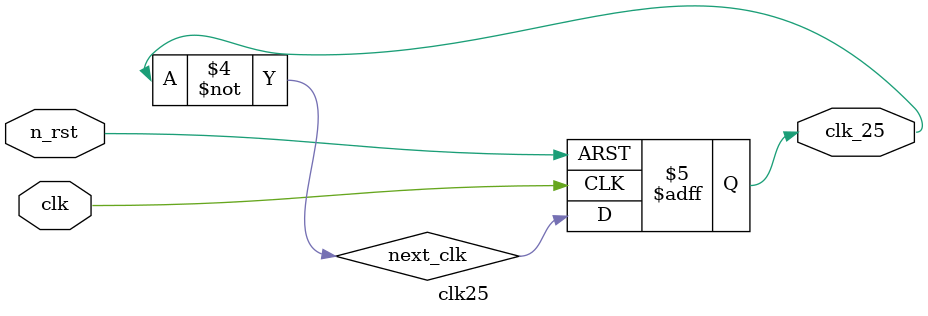
<source format=sv>
module clk25 (
    input logic clk,
    input logic n_rst,
    output logic clk_25
);
logic next_clk;
always_ff @(posedge clk, negedge n_rst) begin
    if(!n_rst) begin
        clk_25 <= 0;
    end
    else begin
        clk_25 <= next_clk;
    end
end

always_comb begin
    next_clk = ~clk_25;
end
endmodule

</source>
